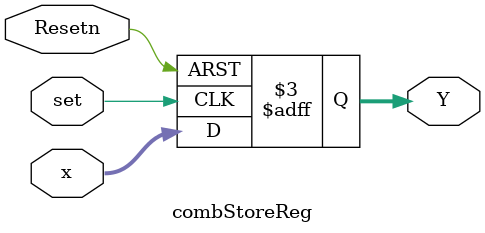
<source format=v>
/*
	This 4 bit register stores the combination for the lock
	The combination is reset to 0110 when the system is reset
	The combination is set to a new value (x) at the positive edge of the set signal
*/

module combStoreReg(x, set, Resetn, Y);
	input [3:0] x;
	input set, Resetn;
	output reg [3:0] Y;
	
	always@(posedge set, negedge Resetn)
	begin
		if (Resetn == 0)
			Y <= 4'b0110;
		else
			Y <= x;
	end

endmodule
</source>
